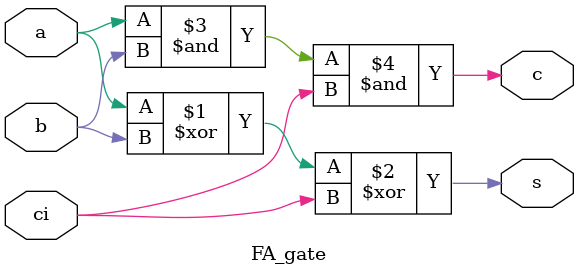
<source format=v>
module FA_gate(s,c,a,b,ci);
    input a,b,ci;
    output s,c;
    xor g1(s,a,b,ci);
    and g2(c,a,b,ci);
endmodule
</source>
